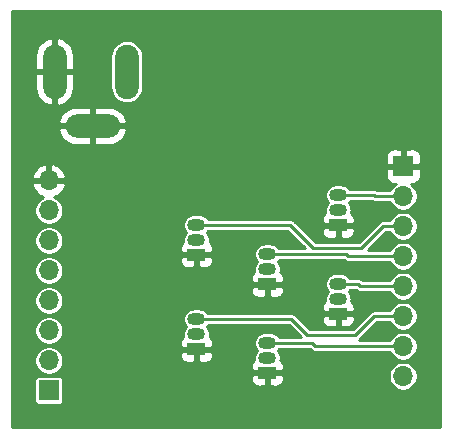
<source format=gbr>
%TF.GenerationSoftware,KiCad,Pcbnew,(5.1.10)-1*%
%TF.CreationDate,2021-11-26T12:13:43-05:00*%
%TF.ProjectId,RELAY_DRVR,52454c41-595f-4445-9256-522e6b696361,rev?*%
%TF.SameCoordinates,Original*%
%TF.FileFunction,Copper,L2,Bot*%
%TF.FilePolarity,Positive*%
%FSLAX46Y46*%
G04 Gerber Fmt 4.6, Leading zero omitted, Abs format (unit mm)*
G04 Created by KiCad (PCBNEW (5.1.10)-1) date 2021-11-26 12:13:43*
%MOMM*%
%LPD*%
G01*
G04 APERTURE LIST*
%TA.AperFunction,ComponentPad*%
%ADD10O,1.700000X1.700000*%
%TD*%
%TA.AperFunction,ComponentPad*%
%ADD11R,1.700000X1.700000*%
%TD*%
%TA.AperFunction,ComponentPad*%
%ADD12O,2.000000X4.600000*%
%TD*%
%TA.AperFunction,ComponentPad*%
%ADD13O,4.600000X2.000000*%
%TD*%
%TA.AperFunction,ComponentPad*%
%ADD14R,1.500000X1.050000*%
%TD*%
%TA.AperFunction,ComponentPad*%
%ADD15O,1.500000X1.050000*%
%TD*%
%TA.AperFunction,ViaPad*%
%ADD16C,0.800000*%
%TD*%
%TA.AperFunction,Conductor*%
%ADD17C,0.250000*%
%TD*%
%TA.AperFunction,Conductor*%
%ADD18C,0.254000*%
%TD*%
%TA.AperFunction,Conductor*%
%ADD19C,0.100000*%
%TD*%
G04 APERTURE END LIST*
D10*
%TO.P,J1,8*%
%TO.N,GND*%
X34500000Y-22220000D03*
%TO.P,J1,7*%
%TO.N,Net-(J1-Pad7)*%
X34500000Y-24760000D03*
%TO.P,J1,6*%
%TO.N,Net-(J1-Pad6)*%
X34500000Y-27300000D03*
%TO.P,J1,5*%
%TO.N,Net-(J1-Pad5)*%
X34500000Y-29840000D03*
%TO.P,J1,4*%
%TO.N,Net-(J1-Pad4)*%
X34500000Y-32380000D03*
%TO.P,J1,3*%
%TO.N,Net-(J1-Pad3)*%
X34500000Y-34920000D03*
%TO.P,J1,2*%
%TO.N,Net-(J1-Pad2)*%
X34500000Y-37460000D03*
D11*
%TO.P,J1,1*%
%TO.N,N/C*%
X34500000Y-40000000D03*
%TD*%
%TO.P,J2,1*%
%TO.N,GND*%
X64500000Y-21000000D03*
D10*
%TO.P,J2,2*%
%TO.N,Net-(J2-Pad2)*%
X64500000Y-23540000D03*
%TO.P,J2,3*%
%TO.N,Net-(J2-Pad3)*%
X64500000Y-26080000D03*
%TO.P,J2,4*%
%TO.N,Net-(J2-Pad4)*%
X64500000Y-28620000D03*
%TO.P,J2,5*%
%TO.N,Net-(J2-Pad5)*%
X64500000Y-31160000D03*
%TO.P,J2,6*%
%TO.N,Net-(J2-Pad6)*%
X64500000Y-33700000D03*
%TO.P,J2,7*%
%TO.N,Net-(J2-Pad7)*%
X64500000Y-36240000D03*
%TO.P,J2,8*%
%TO.N,/5V*%
X64500000Y-38780000D03*
%TD*%
D12*
%TO.P,J3,2*%
%TO.N,GND*%
X35000000Y-13000000D03*
%TO.P,J3,1*%
%TO.N,/VIN*%
X41100000Y-13000000D03*
D13*
%TO.P,J3,3*%
%TO.N,GND*%
X38200000Y-17600000D03*
%TD*%
D14*
%TO.P,Q1,1*%
%TO.N,GND*%
X53000000Y-38500000D03*
D15*
%TO.P,Q1,3*%
%TO.N,Net-(J2-Pad7)*%
X53000000Y-35960000D03*
%TO.P,Q1,2*%
%TO.N,Net-(Q1-Pad2)*%
X53000000Y-37230000D03*
%TD*%
%TO.P,Q2,2*%
%TO.N,Net-(Q2-Pad2)*%
X47000000Y-35230000D03*
%TO.P,Q2,3*%
%TO.N,Net-(J2-Pad6)*%
X47000000Y-33960000D03*
D14*
%TO.P,Q2,1*%
%TO.N,GND*%
X47000000Y-36500000D03*
%TD*%
D15*
%TO.P,Q3,2*%
%TO.N,Net-(Q3-Pad2)*%
X59000000Y-32230000D03*
%TO.P,Q3,3*%
%TO.N,Net-(J2-Pad5)*%
X59000000Y-30960000D03*
D14*
%TO.P,Q3,1*%
%TO.N,GND*%
X59000000Y-33500000D03*
%TD*%
%TO.P,Q4,1*%
%TO.N,GND*%
X53000000Y-31000000D03*
D15*
%TO.P,Q4,3*%
%TO.N,Net-(J2-Pad4)*%
X53000000Y-28460000D03*
%TO.P,Q4,2*%
%TO.N,Net-(Q4-Pad2)*%
X53000000Y-29730000D03*
%TD*%
%TO.P,Q5,2*%
%TO.N,Net-(Q5-Pad2)*%
X47000000Y-27230000D03*
%TO.P,Q5,3*%
%TO.N,Net-(J2-Pad3)*%
X47000000Y-25960000D03*
D14*
%TO.P,Q5,1*%
%TO.N,GND*%
X47000000Y-28500000D03*
%TD*%
%TO.P,Q6,1*%
%TO.N,GND*%
X59000000Y-26000000D03*
D15*
%TO.P,Q6,3*%
%TO.N,Net-(J2-Pad2)*%
X59000000Y-23460000D03*
%TO.P,Q6,2*%
%TO.N,Net-(Q6-Pad2)*%
X59000000Y-24730000D03*
%TD*%
D16*
%TO.N,GND*%
X65000000Y-17000000D03*
X60500000Y-17500000D03*
X45500000Y-16500000D03*
X56134000Y-12954000D03*
%TD*%
D17*
%TO.N,Net-(J2-Pad2)*%
X64500000Y-23540000D02*
X62148000Y-23540000D01*
X62068000Y-23460000D02*
X59000000Y-23460000D01*
X62148000Y-23540000D02*
X62068000Y-23460000D01*
%TO.N,Net-(J2-Pad3)*%
X64500000Y-26080000D02*
X62820000Y-26080000D01*
X62820000Y-26080000D02*
X60960000Y-27940000D01*
X60960000Y-27940000D02*
X56896000Y-27940000D01*
X54916000Y-25960000D02*
X47000000Y-25960000D01*
X56896000Y-27940000D02*
X54916000Y-25960000D01*
%TO.N,Net-(J2-Pad4)*%
X53000000Y-28460000D02*
X59702000Y-28460000D01*
X59862000Y-28620000D02*
X64500000Y-28620000D01*
X59702000Y-28460000D02*
X59862000Y-28620000D01*
%TO.N,Net-(J2-Pad5)*%
X59000000Y-30960000D02*
X60678000Y-30960000D01*
X60878000Y-31160000D02*
X64500000Y-31160000D01*
X60678000Y-30960000D02*
X60878000Y-31160000D01*
%TO.N,Net-(J2-Pad6)*%
X47000000Y-33960000D02*
X55042000Y-33960000D01*
X55042000Y-33960000D02*
X56388000Y-35306000D01*
X56388000Y-35306000D02*
X60452000Y-35306000D01*
X62058000Y-33700000D02*
X64500000Y-33700000D01*
X60452000Y-35306000D02*
X62058000Y-33700000D01*
%TO.N,Net-(J2-Pad7)*%
X53000000Y-35960000D02*
X56788000Y-35960000D01*
X57068000Y-36240000D02*
X64500000Y-36240000D01*
X56788000Y-35960000D02*
X57068000Y-36240000D01*
%TD*%
D18*
%TO.N,GND*%
X67594001Y-43094000D02*
X31406000Y-43094000D01*
X31406000Y-39150000D01*
X33267157Y-39150000D01*
X33267157Y-40850000D01*
X33274513Y-40924689D01*
X33296299Y-40996508D01*
X33331678Y-41062696D01*
X33379289Y-41120711D01*
X33437304Y-41168322D01*
X33503492Y-41203701D01*
X33575311Y-41225487D01*
X33650000Y-41232843D01*
X35350000Y-41232843D01*
X35424689Y-41225487D01*
X35496508Y-41203701D01*
X35562696Y-41168322D01*
X35620711Y-41120711D01*
X35668322Y-41062696D01*
X35703701Y-40996508D01*
X35725487Y-40924689D01*
X35732843Y-40850000D01*
X35732843Y-39150000D01*
X35725487Y-39075311D01*
X35710226Y-39025000D01*
X51611928Y-39025000D01*
X51624188Y-39149482D01*
X51660498Y-39269180D01*
X51719463Y-39379494D01*
X51798815Y-39476185D01*
X51895506Y-39555537D01*
X52005820Y-39614502D01*
X52125518Y-39650812D01*
X52250000Y-39663072D01*
X52714250Y-39660000D01*
X52873000Y-39501250D01*
X52873000Y-38627000D01*
X53127000Y-38627000D01*
X53127000Y-39501250D01*
X53285750Y-39660000D01*
X53750000Y-39663072D01*
X53874482Y-39650812D01*
X53994180Y-39614502D01*
X54104494Y-39555537D01*
X54201185Y-39476185D01*
X54280537Y-39379494D01*
X54339502Y-39269180D01*
X54375812Y-39149482D01*
X54388072Y-39025000D01*
X54385000Y-38785750D01*
X54258007Y-38658757D01*
X63269000Y-38658757D01*
X63269000Y-38901243D01*
X63316307Y-39139069D01*
X63409102Y-39363097D01*
X63543820Y-39564717D01*
X63715283Y-39736180D01*
X63916903Y-39870898D01*
X64140931Y-39963693D01*
X64378757Y-40011000D01*
X64621243Y-40011000D01*
X64859069Y-39963693D01*
X65083097Y-39870898D01*
X65284717Y-39736180D01*
X65456180Y-39564717D01*
X65590898Y-39363097D01*
X65683693Y-39139069D01*
X65731000Y-38901243D01*
X65731000Y-38658757D01*
X65683693Y-38420931D01*
X65590898Y-38196903D01*
X65456180Y-37995283D01*
X65284717Y-37823820D01*
X65083097Y-37689102D01*
X64859069Y-37596307D01*
X64621243Y-37549000D01*
X64378757Y-37549000D01*
X64140931Y-37596307D01*
X63916903Y-37689102D01*
X63715283Y-37823820D01*
X63543820Y-37995283D01*
X63409102Y-38196903D01*
X63316307Y-38420931D01*
X63269000Y-38658757D01*
X54258007Y-38658757D01*
X54226250Y-38627000D01*
X53127000Y-38627000D01*
X52873000Y-38627000D01*
X51773750Y-38627000D01*
X51615000Y-38785750D01*
X51611928Y-39025000D01*
X35710226Y-39025000D01*
X35703701Y-39003492D01*
X35668322Y-38937304D01*
X35620711Y-38879289D01*
X35562696Y-38831678D01*
X35496508Y-38796299D01*
X35424689Y-38774513D01*
X35350000Y-38767157D01*
X33650000Y-38767157D01*
X33575311Y-38774513D01*
X33503492Y-38796299D01*
X33437304Y-38831678D01*
X33379289Y-38879289D01*
X33331678Y-38937304D01*
X33296299Y-39003492D01*
X33274513Y-39075311D01*
X33267157Y-39150000D01*
X31406000Y-39150000D01*
X31406000Y-37338757D01*
X33269000Y-37338757D01*
X33269000Y-37581243D01*
X33316307Y-37819069D01*
X33409102Y-38043097D01*
X33543820Y-38244717D01*
X33715283Y-38416180D01*
X33916903Y-38550898D01*
X34140931Y-38643693D01*
X34378757Y-38691000D01*
X34621243Y-38691000D01*
X34859069Y-38643693D01*
X35083097Y-38550898D01*
X35284717Y-38416180D01*
X35456180Y-38244717D01*
X35590898Y-38043097D01*
X35683693Y-37819069D01*
X35731000Y-37581243D01*
X35731000Y-37338757D01*
X35683693Y-37100931D01*
X35652242Y-37025000D01*
X45611928Y-37025000D01*
X45624188Y-37149482D01*
X45660498Y-37269180D01*
X45719463Y-37379494D01*
X45798815Y-37476185D01*
X45895506Y-37555537D01*
X46005820Y-37614502D01*
X46125518Y-37650812D01*
X46250000Y-37663072D01*
X46714250Y-37660000D01*
X46873000Y-37501250D01*
X46873000Y-36627000D01*
X47127000Y-36627000D01*
X47127000Y-37501250D01*
X47285750Y-37660000D01*
X47750000Y-37663072D01*
X47874482Y-37650812D01*
X47994180Y-37614502D01*
X48104494Y-37555537D01*
X48201185Y-37476185D01*
X48280537Y-37379494D01*
X48339502Y-37269180D01*
X48375812Y-37149482D01*
X48388072Y-37025000D01*
X48385000Y-36785750D01*
X48226250Y-36627000D01*
X47127000Y-36627000D01*
X46873000Y-36627000D01*
X45773750Y-36627000D01*
X45615000Y-36785750D01*
X45611928Y-37025000D01*
X35652242Y-37025000D01*
X35590898Y-36876903D01*
X35456180Y-36675283D01*
X35284717Y-36503820D01*
X35083097Y-36369102D01*
X34859069Y-36276307D01*
X34621243Y-36229000D01*
X34378757Y-36229000D01*
X34140931Y-36276307D01*
X33916903Y-36369102D01*
X33715283Y-36503820D01*
X33543820Y-36675283D01*
X33409102Y-36876903D01*
X33316307Y-37100931D01*
X33269000Y-37338757D01*
X31406000Y-37338757D01*
X31406000Y-34798757D01*
X33269000Y-34798757D01*
X33269000Y-35041243D01*
X33316307Y-35279069D01*
X33409102Y-35503097D01*
X33543820Y-35704717D01*
X33715283Y-35876180D01*
X33916903Y-36010898D01*
X34140931Y-36103693D01*
X34378757Y-36151000D01*
X34621243Y-36151000D01*
X34859069Y-36103693D01*
X35083097Y-36010898D01*
X35136822Y-35975000D01*
X45611928Y-35975000D01*
X45615000Y-36214250D01*
X45773750Y-36373000D01*
X46873000Y-36373000D01*
X46873000Y-36353000D01*
X47127000Y-36353000D01*
X47127000Y-36373000D01*
X48226250Y-36373000D01*
X48385000Y-36214250D01*
X48388072Y-35975000D01*
X48375812Y-35850518D01*
X48339502Y-35730820D01*
X48280537Y-35620506D01*
X48201185Y-35523815D01*
X48106268Y-35445919D01*
X48117890Y-35407607D01*
X48135383Y-35230000D01*
X48117890Y-35052393D01*
X48066084Y-34881612D01*
X47981956Y-34724218D01*
X47875909Y-34595000D01*
X47981777Y-34466000D01*
X54832409Y-34466000D01*
X55820408Y-35454000D01*
X53981777Y-35454000D01*
X53868738Y-35316262D01*
X53730782Y-35203044D01*
X53573388Y-35118916D01*
X53402607Y-35067110D01*
X53269501Y-35054000D01*
X52730499Y-35054000D01*
X52597393Y-35067110D01*
X52426612Y-35118916D01*
X52269218Y-35203044D01*
X52131262Y-35316262D01*
X52018044Y-35454218D01*
X51933916Y-35611612D01*
X51882110Y-35782393D01*
X51864617Y-35960000D01*
X51882110Y-36137607D01*
X51933916Y-36308388D01*
X52018044Y-36465782D01*
X52124091Y-36595000D01*
X52018044Y-36724218D01*
X51933916Y-36881612D01*
X51882110Y-37052393D01*
X51864617Y-37230000D01*
X51882110Y-37407607D01*
X51893732Y-37445919D01*
X51798815Y-37523815D01*
X51719463Y-37620506D01*
X51660498Y-37730820D01*
X51624188Y-37850518D01*
X51611928Y-37975000D01*
X51615000Y-38214250D01*
X51773750Y-38373000D01*
X52873000Y-38373000D01*
X52873000Y-38353000D01*
X53127000Y-38353000D01*
X53127000Y-38373000D01*
X54226250Y-38373000D01*
X54385000Y-38214250D01*
X54388072Y-37975000D01*
X54375812Y-37850518D01*
X54339502Y-37730820D01*
X54280537Y-37620506D01*
X54201185Y-37523815D01*
X54106268Y-37445919D01*
X54117890Y-37407607D01*
X54135383Y-37230000D01*
X54117890Y-37052393D01*
X54066084Y-36881612D01*
X53981956Y-36724218D01*
X53875909Y-36595000D01*
X53981777Y-36466000D01*
X56578409Y-36466000D01*
X56692624Y-36580215D01*
X56708473Y-36599527D01*
X56785521Y-36662759D01*
X56873425Y-36709745D01*
X56968807Y-36738678D01*
X57068000Y-36748448D01*
X57092854Y-36746000D01*
X63377168Y-36746000D01*
X63409102Y-36823097D01*
X63543820Y-37024717D01*
X63715283Y-37196180D01*
X63916903Y-37330898D01*
X64140931Y-37423693D01*
X64378757Y-37471000D01*
X64621243Y-37471000D01*
X64859069Y-37423693D01*
X65083097Y-37330898D01*
X65284717Y-37196180D01*
X65456180Y-37024717D01*
X65590898Y-36823097D01*
X65683693Y-36599069D01*
X65731000Y-36361243D01*
X65731000Y-36118757D01*
X65683693Y-35880931D01*
X65590898Y-35656903D01*
X65456180Y-35455283D01*
X65284717Y-35283820D01*
X65083097Y-35149102D01*
X64859069Y-35056307D01*
X64621243Y-35009000D01*
X64378757Y-35009000D01*
X64140931Y-35056307D01*
X63916903Y-35149102D01*
X63715283Y-35283820D01*
X63543820Y-35455283D01*
X63409102Y-35656903D01*
X63377168Y-35734000D01*
X60724674Y-35734000D01*
X60734479Y-35728759D01*
X60811527Y-35665527D01*
X60827376Y-35646215D01*
X62267592Y-34206000D01*
X63377168Y-34206000D01*
X63409102Y-34283097D01*
X63543820Y-34484717D01*
X63715283Y-34656180D01*
X63916903Y-34790898D01*
X64140931Y-34883693D01*
X64378757Y-34931000D01*
X64621243Y-34931000D01*
X64859069Y-34883693D01*
X65083097Y-34790898D01*
X65284717Y-34656180D01*
X65456180Y-34484717D01*
X65590898Y-34283097D01*
X65683693Y-34059069D01*
X65731000Y-33821243D01*
X65731000Y-33578757D01*
X65683693Y-33340931D01*
X65590898Y-33116903D01*
X65456180Y-32915283D01*
X65284717Y-32743820D01*
X65083097Y-32609102D01*
X64859069Y-32516307D01*
X64621243Y-32469000D01*
X64378757Y-32469000D01*
X64140931Y-32516307D01*
X63916903Y-32609102D01*
X63715283Y-32743820D01*
X63543820Y-32915283D01*
X63409102Y-33116903D01*
X63377168Y-33194000D01*
X62082846Y-33194000D01*
X62058000Y-33191553D01*
X62033154Y-33194000D01*
X62033146Y-33194000D01*
X61958807Y-33201322D01*
X61863425Y-33230255D01*
X61775521Y-33277241D01*
X61698473Y-33340473D01*
X61682628Y-33359780D01*
X60242409Y-34800000D01*
X56597592Y-34800000D01*
X55822592Y-34025000D01*
X57611928Y-34025000D01*
X57624188Y-34149482D01*
X57660498Y-34269180D01*
X57719463Y-34379494D01*
X57798815Y-34476185D01*
X57895506Y-34555537D01*
X58005820Y-34614502D01*
X58125518Y-34650812D01*
X58250000Y-34663072D01*
X58714250Y-34660000D01*
X58873000Y-34501250D01*
X58873000Y-33627000D01*
X59127000Y-33627000D01*
X59127000Y-34501250D01*
X59285750Y-34660000D01*
X59750000Y-34663072D01*
X59874482Y-34650812D01*
X59994180Y-34614502D01*
X60104494Y-34555537D01*
X60201185Y-34476185D01*
X60280537Y-34379494D01*
X60339502Y-34269180D01*
X60375812Y-34149482D01*
X60388072Y-34025000D01*
X60385000Y-33785750D01*
X60226250Y-33627000D01*
X59127000Y-33627000D01*
X58873000Y-33627000D01*
X57773750Y-33627000D01*
X57615000Y-33785750D01*
X57611928Y-34025000D01*
X55822592Y-34025000D01*
X55417376Y-33619785D01*
X55401527Y-33600473D01*
X55324479Y-33537241D01*
X55236575Y-33490255D01*
X55141193Y-33461322D01*
X55066854Y-33454000D01*
X55066846Y-33454000D01*
X55042000Y-33451553D01*
X55017154Y-33454000D01*
X47981777Y-33454000D01*
X47868738Y-33316262D01*
X47730782Y-33203044D01*
X47573388Y-33118916D01*
X47402607Y-33067110D01*
X47269501Y-33054000D01*
X46730499Y-33054000D01*
X46597393Y-33067110D01*
X46426612Y-33118916D01*
X46269218Y-33203044D01*
X46131262Y-33316262D01*
X46018044Y-33454218D01*
X45933916Y-33611612D01*
X45882110Y-33782393D01*
X45864617Y-33960000D01*
X45882110Y-34137607D01*
X45933916Y-34308388D01*
X46018044Y-34465782D01*
X46124091Y-34595000D01*
X46018044Y-34724218D01*
X45933916Y-34881612D01*
X45882110Y-35052393D01*
X45864617Y-35230000D01*
X45882110Y-35407607D01*
X45893732Y-35445919D01*
X45798815Y-35523815D01*
X45719463Y-35620506D01*
X45660498Y-35730820D01*
X45624188Y-35850518D01*
X45611928Y-35975000D01*
X35136822Y-35975000D01*
X35284717Y-35876180D01*
X35456180Y-35704717D01*
X35590898Y-35503097D01*
X35683693Y-35279069D01*
X35731000Y-35041243D01*
X35731000Y-34798757D01*
X35683693Y-34560931D01*
X35590898Y-34336903D01*
X35456180Y-34135283D01*
X35284717Y-33963820D01*
X35083097Y-33829102D01*
X34859069Y-33736307D01*
X34621243Y-33689000D01*
X34378757Y-33689000D01*
X34140931Y-33736307D01*
X33916903Y-33829102D01*
X33715283Y-33963820D01*
X33543820Y-34135283D01*
X33409102Y-34336903D01*
X33316307Y-34560931D01*
X33269000Y-34798757D01*
X31406000Y-34798757D01*
X31406000Y-32258757D01*
X33269000Y-32258757D01*
X33269000Y-32501243D01*
X33316307Y-32739069D01*
X33409102Y-32963097D01*
X33543820Y-33164717D01*
X33715283Y-33336180D01*
X33916903Y-33470898D01*
X34140931Y-33563693D01*
X34378757Y-33611000D01*
X34621243Y-33611000D01*
X34859069Y-33563693D01*
X35083097Y-33470898D01*
X35284717Y-33336180D01*
X35456180Y-33164717D01*
X35582944Y-32975000D01*
X57611928Y-32975000D01*
X57615000Y-33214250D01*
X57773750Y-33373000D01*
X58873000Y-33373000D01*
X58873000Y-33353000D01*
X59127000Y-33353000D01*
X59127000Y-33373000D01*
X60226250Y-33373000D01*
X60385000Y-33214250D01*
X60388072Y-32975000D01*
X60375812Y-32850518D01*
X60339502Y-32730820D01*
X60280537Y-32620506D01*
X60201185Y-32523815D01*
X60106268Y-32445919D01*
X60117890Y-32407607D01*
X60135383Y-32230000D01*
X60117890Y-32052393D01*
X60066084Y-31881612D01*
X59981956Y-31724218D01*
X59875909Y-31595000D01*
X59981777Y-31466000D01*
X60468409Y-31466000D01*
X60502624Y-31500215D01*
X60518473Y-31519527D01*
X60595521Y-31582759D01*
X60683425Y-31629745D01*
X60778807Y-31658678D01*
X60878000Y-31668448D01*
X60902854Y-31666000D01*
X63377168Y-31666000D01*
X63409102Y-31743097D01*
X63543820Y-31944717D01*
X63715283Y-32116180D01*
X63916903Y-32250898D01*
X64140931Y-32343693D01*
X64378757Y-32391000D01*
X64621243Y-32391000D01*
X64859069Y-32343693D01*
X65083097Y-32250898D01*
X65284717Y-32116180D01*
X65456180Y-31944717D01*
X65590898Y-31743097D01*
X65683693Y-31519069D01*
X65731000Y-31281243D01*
X65731000Y-31038757D01*
X65683693Y-30800931D01*
X65590898Y-30576903D01*
X65456180Y-30375283D01*
X65284717Y-30203820D01*
X65083097Y-30069102D01*
X64859069Y-29976307D01*
X64621243Y-29929000D01*
X64378757Y-29929000D01*
X64140931Y-29976307D01*
X63916903Y-30069102D01*
X63715283Y-30203820D01*
X63543820Y-30375283D01*
X63409102Y-30576903D01*
X63377168Y-30654000D01*
X61087591Y-30654000D01*
X61053376Y-30619785D01*
X61037527Y-30600473D01*
X60960479Y-30537241D01*
X60872575Y-30490255D01*
X60777193Y-30461322D01*
X60702854Y-30454000D01*
X60702846Y-30454000D01*
X60678000Y-30451553D01*
X60653154Y-30454000D01*
X59981777Y-30454000D01*
X59868738Y-30316262D01*
X59730782Y-30203044D01*
X59573388Y-30118916D01*
X59402607Y-30067110D01*
X59269501Y-30054000D01*
X58730499Y-30054000D01*
X58597393Y-30067110D01*
X58426612Y-30118916D01*
X58269218Y-30203044D01*
X58131262Y-30316262D01*
X58018044Y-30454218D01*
X57933916Y-30611612D01*
X57882110Y-30782393D01*
X57864617Y-30960000D01*
X57882110Y-31137607D01*
X57933916Y-31308388D01*
X58018044Y-31465782D01*
X58124091Y-31595000D01*
X58018044Y-31724218D01*
X57933916Y-31881612D01*
X57882110Y-32052393D01*
X57864617Y-32230000D01*
X57882110Y-32407607D01*
X57893732Y-32445919D01*
X57798815Y-32523815D01*
X57719463Y-32620506D01*
X57660498Y-32730820D01*
X57624188Y-32850518D01*
X57611928Y-32975000D01*
X35582944Y-32975000D01*
X35590898Y-32963097D01*
X35683693Y-32739069D01*
X35731000Y-32501243D01*
X35731000Y-32258757D01*
X35683693Y-32020931D01*
X35590898Y-31796903D01*
X35456180Y-31595283D01*
X35385897Y-31525000D01*
X51611928Y-31525000D01*
X51624188Y-31649482D01*
X51660498Y-31769180D01*
X51719463Y-31879494D01*
X51798815Y-31976185D01*
X51895506Y-32055537D01*
X52005820Y-32114502D01*
X52125518Y-32150812D01*
X52250000Y-32163072D01*
X52714250Y-32160000D01*
X52873000Y-32001250D01*
X52873000Y-31127000D01*
X53127000Y-31127000D01*
X53127000Y-32001250D01*
X53285750Y-32160000D01*
X53750000Y-32163072D01*
X53874482Y-32150812D01*
X53994180Y-32114502D01*
X54104494Y-32055537D01*
X54201185Y-31976185D01*
X54280537Y-31879494D01*
X54339502Y-31769180D01*
X54375812Y-31649482D01*
X54388072Y-31525000D01*
X54385000Y-31285750D01*
X54226250Y-31127000D01*
X53127000Y-31127000D01*
X52873000Y-31127000D01*
X51773750Y-31127000D01*
X51615000Y-31285750D01*
X51611928Y-31525000D01*
X35385897Y-31525000D01*
X35284717Y-31423820D01*
X35083097Y-31289102D01*
X34859069Y-31196307D01*
X34621243Y-31149000D01*
X34378757Y-31149000D01*
X34140931Y-31196307D01*
X33916903Y-31289102D01*
X33715283Y-31423820D01*
X33543820Y-31595283D01*
X33409102Y-31796903D01*
X33316307Y-32020931D01*
X33269000Y-32258757D01*
X31406000Y-32258757D01*
X31406000Y-29718757D01*
X33269000Y-29718757D01*
X33269000Y-29961243D01*
X33316307Y-30199069D01*
X33409102Y-30423097D01*
X33543820Y-30624717D01*
X33715283Y-30796180D01*
X33916903Y-30930898D01*
X34140931Y-31023693D01*
X34378757Y-31071000D01*
X34621243Y-31071000D01*
X34859069Y-31023693D01*
X35083097Y-30930898D01*
X35284717Y-30796180D01*
X35456180Y-30624717D01*
X35590898Y-30423097D01*
X35683693Y-30199069D01*
X35731000Y-29961243D01*
X35731000Y-29718757D01*
X35683693Y-29480931D01*
X35590898Y-29256903D01*
X35456180Y-29055283D01*
X35425897Y-29025000D01*
X45611928Y-29025000D01*
X45624188Y-29149482D01*
X45660498Y-29269180D01*
X45719463Y-29379494D01*
X45798815Y-29476185D01*
X45895506Y-29555537D01*
X46005820Y-29614502D01*
X46125518Y-29650812D01*
X46250000Y-29663072D01*
X46714250Y-29660000D01*
X46873000Y-29501250D01*
X46873000Y-28627000D01*
X47127000Y-28627000D01*
X47127000Y-29501250D01*
X47285750Y-29660000D01*
X47750000Y-29663072D01*
X47874482Y-29650812D01*
X47994180Y-29614502D01*
X48104494Y-29555537D01*
X48201185Y-29476185D01*
X48280537Y-29379494D01*
X48339502Y-29269180D01*
X48375812Y-29149482D01*
X48388072Y-29025000D01*
X48385000Y-28785750D01*
X48226250Y-28627000D01*
X47127000Y-28627000D01*
X46873000Y-28627000D01*
X45773750Y-28627000D01*
X45615000Y-28785750D01*
X45611928Y-29025000D01*
X35425897Y-29025000D01*
X35284717Y-28883820D01*
X35083097Y-28749102D01*
X34859069Y-28656307D01*
X34621243Y-28609000D01*
X34378757Y-28609000D01*
X34140931Y-28656307D01*
X33916903Y-28749102D01*
X33715283Y-28883820D01*
X33543820Y-29055283D01*
X33409102Y-29256903D01*
X33316307Y-29480931D01*
X33269000Y-29718757D01*
X31406000Y-29718757D01*
X31406000Y-27178757D01*
X33269000Y-27178757D01*
X33269000Y-27421243D01*
X33316307Y-27659069D01*
X33409102Y-27883097D01*
X33543820Y-28084717D01*
X33715283Y-28256180D01*
X33916903Y-28390898D01*
X34140931Y-28483693D01*
X34378757Y-28531000D01*
X34621243Y-28531000D01*
X34859069Y-28483693D01*
X35083097Y-28390898D01*
X35284717Y-28256180D01*
X35456180Y-28084717D01*
X35529490Y-27975000D01*
X45611928Y-27975000D01*
X45615000Y-28214250D01*
X45773750Y-28373000D01*
X46873000Y-28373000D01*
X46873000Y-28353000D01*
X47127000Y-28353000D01*
X47127000Y-28373000D01*
X48226250Y-28373000D01*
X48385000Y-28214250D01*
X48388072Y-27975000D01*
X48375812Y-27850518D01*
X48339502Y-27730820D01*
X48280537Y-27620506D01*
X48201185Y-27523815D01*
X48106268Y-27445919D01*
X48117890Y-27407607D01*
X48135383Y-27230000D01*
X48117890Y-27052393D01*
X48066084Y-26881612D01*
X47981956Y-26724218D01*
X47875909Y-26595000D01*
X47981777Y-26466000D01*
X54706409Y-26466000D01*
X56194408Y-27954000D01*
X53981777Y-27954000D01*
X53868738Y-27816262D01*
X53730782Y-27703044D01*
X53573388Y-27618916D01*
X53402607Y-27567110D01*
X53269501Y-27554000D01*
X52730499Y-27554000D01*
X52597393Y-27567110D01*
X52426612Y-27618916D01*
X52269218Y-27703044D01*
X52131262Y-27816262D01*
X52018044Y-27954218D01*
X51933916Y-28111612D01*
X51882110Y-28282393D01*
X51864617Y-28460000D01*
X51882110Y-28637607D01*
X51933916Y-28808388D01*
X52018044Y-28965782D01*
X52124091Y-29095000D01*
X52018044Y-29224218D01*
X51933916Y-29381612D01*
X51882110Y-29552393D01*
X51864617Y-29730000D01*
X51882110Y-29907607D01*
X51893732Y-29945919D01*
X51798815Y-30023815D01*
X51719463Y-30120506D01*
X51660498Y-30230820D01*
X51624188Y-30350518D01*
X51611928Y-30475000D01*
X51615000Y-30714250D01*
X51773750Y-30873000D01*
X52873000Y-30873000D01*
X52873000Y-30853000D01*
X53127000Y-30853000D01*
X53127000Y-30873000D01*
X54226250Y-30873000D01*
X54385000Y-30714250D01*
X54388072Y-30475000D01*
X54375812Y-30350518D01*
X54339502Y-30230820D01*
X54280537Y-30120506D01*
X54201185Y-30023815D01*
X54106268Y-29945919D01*
X54117890Y-29907607D01*
X54135383Y-29730000D01*
X54117890Y-29552393D01*
X54066084Y-29381612D01*
X53981956Y-29224218D01*
X53875909Y-29095000D01*
X53981777Y-28966000D01*
X59491372Y-28966000D01*
X59502473Y-28979527D01*
X59579521Y-29042759D01*
X59667425Y-29089745D01*
X59713555Y-29103738D01*
X59762806Y-29118678D01*
X59772694Y-29119652D01*
X59837146Y-29126000D01*
X59837153Y-29126000D01*
X59861999Y-29128447D01*
X59886845Y-29126000D01*
X63377168Y-29126000D01*
X63409102Y-29203097D01*
X63543820Y-29404717D01*
X63715283Y-29576180D01*
X63916903Y-29710898D01*
X64140931Y-29803693D01*
X64378757Y-29851000D01*
X64621243Y-29851000D01*
X64859069Y-29803693D01*
X65083097Y-29710898D01*
X65284717Y-29576180D01*
X65456180Y-29404717D01*
X65590898Y-29203097D01*
X65683693Y-28979069D01*
X65731000Y-28741243D01*
X65731000Y-28498757D01*
X65683693Y-28260931D01*
X65590898Y-28036903D01*
X65456180Y-27835283D01*
X65284717Y-27663820D01*
X65083097Y-27529102D01*
X64859069Y-27436307D01*
X64621243Y-27389000D01*
X64378757Y-27389000D01*
X64140931Y-27436307D01*
X63916903Y-27529102D01*
X63715283Y-27663820D01*
X63543820Y-27835283D01*
X63409102Y-28036903D01*
X63377168Y-28114000D01*
X61501591Y-28114000D01*
X63029592Y-26586000D01*
X63377168Y-26586000D01*
X63409102Y-26663097D01*
X63543820Y-26864717D01*
X63715283Y-27036180D01*
X63916903Y-27170898D01*
X64140931Y-27263693D01*
X64378757Y-27311000D01*
X64621243Y-27311000D01*
X64859069Y-27263693D01*
X65083097Y-27170898D01*
X65284717Y-27036180D01*
X65456180Y-26864717D01*
X65590898Y-26663097D01*
X65683693Y-26439069D01*
X65731000Y-26201243D01*
X65731000Y-25958757D01*
X65683693Y-25720931D01*
X65590898Y-25496903D01*
X65456180Y-25295283D01*
X65284717Y-25123820D01*
X65083097Y-24989102D01*
X64859069Y-24896307D01*
X64621243Y-24849000D01*
X64378757Y-24849000D01*
X64140931Y-24896307D01*
X63916903Y-24989102D01*
X63715283Y-25123820D01*
X63543820Y-25295283D01*
X63409102Y-25496903D01*
X63377168Y-25574000D01*
X62844845Y-25574000D01*
X62819999Y-25571553D01*
X62795153Y-25574000D01*
X62795146Y-25574000D01*
X62730694Y-25580348D01*
X62720806Y-25581322D01*
X62657673Y-25600473D01*
X62625425Y-25610255D01*
X62537521Y-25657241D01*
X62460473Y-25720473D01*
X62444628Y-25739780D01*
X60750409Y-27434000D01*
X57105592Y-27434000D01*
X56196592Y-26525000D01*
X57611928Y-26525000D01*
X57624188Y-26649482D01*
X57660498Y-26769180D01*
X57719463Y-26879494D01*
X57798815Y-26976185D01*
X57895506Y-27055537D01*
X58005820Y-27114502D01*
X58125518Y-27150812D01*
X58250000Y-27163072D01*
X58714250Y-27160000D01*
X58873000Y-27001250D01*
X58873000Y-26127000D01*
X59127000Y-26127000D01*
X59127000Y-27001250D01*
X59285750Y-27160000D01*
X59750000Y-27163072D01*
X59874482Y-27150812D01*
X59994180Y-27114502D01*
X60104494Y-27055537D01*
X60201185Y-26976185D01*
X60280537Y-26879494D01*
X60339502Y-26769180D01*
X60375812Y-26649482D01*
X60388072Y-26525000D01*
X60385000Y-26285750D01*
X60226250Y-26127000D01*
X59127000Y-26127000D01*
X58873000Y-26127000D01*
X57773750Y-26127000D01*
X57615000Y-26285750D01*
X57611928Y-26525000D01*
X56196592Y-26525000D01*
X55291376Y-25619785D01*
X55275527Y-25600473D01*
X55198479Y-25537241D01*
X55110575Y-25490255D01*
X55060285Y-25475000D01*
X57611928Y-25475000D01*
X57615000Y-25714250D01*
X57773750Y-25873000D01*
X58873000Y-25873000D01*
X58873000Y-25853000D01*
X59127000Y-25853000D01*
X59127000Y-25873000D01*
X60226250Y-25873000D01*
X60385000Y-25714250D01*
X60388072Y-25475000D01*
X60375812Y-25350518D01*
X60339502Y-25230820D01*
X60280537Y-25120506D01*
X60201185Y-25023815D01*
X60106268Y-24945919D01*
X60117890Y-24907607D01*
X60135383Y-24730000D01*
X60117890Y-24552393D01*
X60066084Y-24381612D01*
X59981956Y-24224218D01*
X59875909Y-24095000D01*
X59981777Y-23966000D01*
X61871584Y-23966000D01*
X61953425Y-24009745D01*
X62048807Y-24038678D01*
X62123146Y-24046000D01*
X62123153Y-24046000D01*
X62147999Y-24048447D01*
X62172845Y-24046000D01*
X63377168Y-24046000D01*
X63409102Y-24123097D01*
X63543820Y-24324717D01*
X63715283Y-24496180D01*
X63916903Y-24630898D01*
X64140931Y-24723693D01*
X64378757Y-24771000D01*
X64621243Y-24771000D01*
X64859069Y-24723693D01*
X65083097Y-24630898D01*
X65284717Y-24496180D01*
X65456180Y-24324717D01*
X65590898Y-24123097D01*
X65683693Y-23899069D01*
X65731000Y-23661243D01*
X65731000Y-23418757D01*
X65683693Y-23180931D01*
X65590898Y-22956903D01*
X65456180Y-22755283D01*
X65284717Y-22583820D01*
X65139706Y-22486927D01*
X65350000Y-22488072D01*
X65474482Y-22475812D01*
X65594180Y-22439502D01*
X65704494Y-22380537D01*
X65801185Y-22301185D01*
X65880537Y-22204494D01*
X65939502Y-22094180D01*
X65975812Y-21974482D01*
X65988072Y-21850000D01*
X65985000Y-21285750D01*
X65826250Y-21127000D01*
X64627000Y-21127000D01*
X64627000Y-21147000D01*
X64373000Y-21147000D01*
X64373000Y-21127000D01*
X63173750Y-21127000D01*
X63015000Y-21285750D01*
X63011928Y-21850000D01*
X63024188Y-21974482D01*
X63060498Y-22094180D01*
X63119463Y-22204494D01*
X63198815Y-22301185D01*
X63295506Y-22380537D01*
X63405820Y-22439502D01*
X63525518Y-22475812D01*
X63650000Y-22488072D01*
X63860294Y-22486927D01*
X63715283Y-22583820D01*
X63543820Y-22755283D01*
X63409102Y-22956903D01*
X63377168Y-23034000D01*
X62344416Y-23034000D01*
X62262575Y-22990255D01*
X62167193Y-22961322D01*
X62092854Y-22954000D01*
X62092846Y-22954000D01*
X62068000Y-22951553D01*
X62043154Y-22954000D01*
X59981777Y-22954000D01*
X59868738Y-22816262D01*
X59730782Y-22703044D01*
X59573388Y-22618916D01*
X59402607Y-22567110D01*
X59269501Y-22554000D01*
X58730499Y-22554000D01*
X58597393Y-22567110D01*
X58426612Y-22618916D01*
X58269218Y-22703044D01*
X58131262Y-22816262D01*
X58018044Y-22954218D01*
X57933916Y-23111612D01*
X57882110Y-23282393D01*
X57864617Y-23460000D01*
X57882110Y-23637607D01*
X57933916Y-23808388D01*
X58018044Y-23965782D01*
X58124091Y-24095000D01*
X58018044Y-24224218D01*
X57933916Y-24381612D01*
X57882110Y-24552393D01*
X57864617Y-24730000D01*
X57882110Y-24907607D01*
X57893732Y-24945919D01*
X57798815Y-25023815D01*
X57719463Y-25120506D01*
X57660498Y-25230820D01*
X57624188Y-25350518D01*
X57611928Y-25475000D01*
X55060285Y-25475000D01*
X55015193Y-25461322D01*
X54940854Y-25454000D01*
X54940846Y-25454000D01*
X54916000Y-25451553D01*
X54891154Y-25454000D01*
X47981777Y-25454000D01*
X47868738Y-25316262D01*
X47730782Y-25203044D01*
X47573388Y-25118916D01*
X47402607Y-25067110D01*
X47269501Y-25054000D01*
X46730499Y-25054000D01*
X46597393Y-25067110D01*
X46426612Y-25118916D01*
X46269218Y-25203044D01*
X46131262Y-25316262D01*
X46018044Y-25454218D01*
X45933916Y-25611612D01*
X45882110Y-25782393D01*
X45864617Y-25960000D01*
X45882110Y-26137607D01*
X45933916Y-26308388D01*
X46018044Y-26465782D01*
X46124091Y-26595000D01*
X46018044Y-26724218D01*
X45933916Y-26881612D01*
X45882110Y-27052393D01*
X45864617Y-27230000D01*
X45882110Y-27407607D01*
X45893732Y-27445919D01*
X45798815Y-27523815D01*
X45719463Y-27620506D01*
X45660498Y-27730820D01*
X45624188Y-27850518D01*
X45611928Y-27975000D01*
X35529490Y-27975000D01*
X35590898Y-27883097D01*
X35683693Y-27659069D01*
X35731000Y-27421243D01*
X35731000Y-27178757D01*
X35683693Y-26940931D01*
X35590898Y-26716903D01*
X35456180Y-26515283D01*
X35284717Y-26343820D01*
X35083097Y-26209102D01*
X34859069Y-26116307D01*
X34621243Y-26069000D01*
X34378757Y-26069000D01*
X34140931Y-26116307D01*
X33916903Y-26209102D01*
X33715283Y-26343820D01*
X33543820Y-26515283D01*
X33409102Y-26716903D01*
X33316307Y-26940931D01*
X33269000Y-27178757D01*
X31406000Y-27178757D01*
X31406000Y-22576890D01*
X33058524Y-22576890D01*
X33103175Y-22724099D01*
X33228359Y-22986920D01*
X33402412Y-23220269D01*
X33618645Y-23415178D01*
X33868748Y-23564157D01*
X34031168Y-23621772D01*
X33916903Y-23669102D01*
X33715283Y-23803820D01*
X33543820Y-23975283D01*
X33409102Y-24176903D01*
X33316307Y-24400931D01*
X33269000Y-24638757D01*
X33269000Y-24881243D01*
X33316307Y-25119069D01*
X33409102Y-25343097D01*
X33543820Y-25544717D01*
X33715283Y-25716180D01*
X33916903Y-25850898D01*
X34140931Y-25943693D01*
X34378757Y-25991000D01*
X34621243Y-25991000D01*
X34859069Y-25943693D01*
X35083097Y-25850898D01*
X35284717Y-25716180D01*
X35456180Y-25544717D01*
X35590898Y-25343097D01*
X35683693Y-25119069D01*
X35731000Y-24881243D01*
X35731000Y-24638757D01*
X35683693Y-24400931D01*
X35590898Y-24176903D01*
X35456180Y-23975283D01*
X35284717Y-23803820D01*
X35083097Y-23669102D01*
X34968832Y-23621772D01*
X35131252Y-23564157D01*
X35381355Y-23415178D01*
X35597588Y-23220269D01*
X35771641Y-22986920D01*
X35896825Y-22724099D01*
X35941476Y-22576890D01*
X35820155Y-22347000D01*
X34627000Y-22347000D01*
X34627000Y-22367000D01*
X34373000Y-22367000D01*
X34373000Y-22347000D01*
X33179845Y-22347000D01*
X33058524Y-22576890D01*
X31406000Y-22576890D01*
X31406000Y-21863110D01*
X33058524Y-21863110D01*
X33179845Y-22093000D01*
X34373000Y-22093000D01*
X34373000Y-20899186D01*
X34627000Y-20899186D01*
X34627000Y-22093000D01*
X35820155Y-22093000D01*
X35941476Y-21863110D01*
X35896825Y-21715901D01*
X35771641Y-21453080D01*
X35597588Y-21219731D01*
X35381355Y-21024822D01*
X35131252Y-20875843D01*
X34856891Y-20778519D01*
X34627000Y-20899186D01*
X34373000Y-20899186D01*
X34143109Y-20778519D01*
X33868748Y-20875843D01*
X33618645Y-21024822D01*
X33402412Y-21219731D01*
X33228359Y-21453080D01*
X33103175Y-21715901D01*
X33058524Y-21863110D01*
X31406000Y-21863110D01*
X31406000Y-20150000D01*
X63011928Y-20150000D01*
X63015000Y-20714250D01*
X63173750Y-20873000D01*
X64373000Y-20873000D01*
X64373000Y-19673750D01*
X64627000Y-19673750D01*
X64627000Y-20873000D01*
X65826250Y-20873000D01*
X65985000Y-20714250D01*
X65988072Y-20150000D01*
X65975812Y-20025518D01*
X65939502Y-19905820D01*
X65880537Y-19795506D01*
X65801185Y-19698815D01*
X65704494Y-19619463D01*
X65594180Y-19560498D01*
X65474482Y-19524188D01*
X65350000Y-19511928D01*
X64785750Y-19515000D01*
X64627000Y-19673750D01*
X64373000Y-19673750D01*
X64214250Y-19515000D01*
X63650000Y-19511928D01*
X63525518Y-19524188D01*
X63405820Y-19560498D01*
X63295506Y-19619463D01*
X63198815Y-19698815D01*
X63119463Y-19795506D01*
X63060498Y-19905820D01*
X63024188Y-20025518D01*
X63011928Y-20150000D01*
X31406000Y-20150000D01*
X31406000Y-17980434D01*
X35309876Y-17980434D01*
X35340856Y-18108355D01*
X35469990Y-18402761D01*
X35654078Y-18666317D01*
X35886046Y-18888895D01*
X36156980Y-19061942D01*
X36456468Y-19178807D01*
X36773000Y-19235000D01*
X38073000Y-19235000D01*
X38073000Y-17727000D01*
X38327000Y-17727000D01*
X38327000Y-19235000D01*
X39627000Y-19235000D01*
X39943532Y-19178807D01*
X40243020Y-19061942D01*
X40513954Y-18888895D01*
X40745922Y-18666317D01*
X40930010Y-18402761D01*
X41059144Y-18108355D01*
X41090124Y-17980434D01*
X40970777Y-17727000D01*
X38327000Y-17727000D01*
X38073000Y-17727000D01*
X35429223Y-17727000D01*
X35309876Y-17980434D01*
X31406000Y-17980434D01*
X31406000Y-17219566D01*
X35309876Y-17219566D01*
X35429223Y-17473000D01*
X38073000Y-17473000D01*
X38073000Y-15965000D01*
X38327000Y-15965000D01*
X38327000Y-17473000D01*
X40970777Y-17473000D01*
X41090124Y-17219566D01*
X41059144Y-17091645D01*
X40930010Y-16797239D01*
X40745922Y-16533683D01*
X40513954Y-16311105D01*
X40243020Y-16138058D01*
X39943532Y-16021193D01*
X39627000Y-15965000D01*
X38327000Y-15965000D01*
X38073000Y-15965000D01*
X36773000Y-15965000D01*
X36456468Y-16021193D01*
X36156980Y-16138058D01*
X35886046Y-16311105D01*
X35654078Y-16533683D01*
X35469990Y-16797239D01*
X35340856Y-17091645D01*
X35309876Y-17219566D01*
X31406000Y-17219566D01*
X31406000Y-13127000D01*
X33365000Y-13127000D01*
X33365000Y-14427000D01*
X33421193Y-14743532D01*
X33538058Y-15043020D01*
X33711105Y-15313954D01*
X33933683Y-15545922D01*
X34197239Y-15730010D01*
X34491645Y-15859144D01*
X34619566Y-15890124D01*
X34873000Y-15770777D01*
X34873000Y-13127000D01*
X35127000Y-13127000D01*
X35127000Y-15770777D01*
X35380434Y-15890124D01*
X35508355Y-15859144D01*
X35802761Y-15730010D01*
X36066317Y-15545922D01*
X36288895Y-15313954D01*
X36461942Y-15043020D01*
X36578807Y-14743532D01*
X36635000Y-14427000D01*
X36635000Y-13127000D01*
X35127000Y-13127000D01*
X34873000Y-13127000D01*
X33365000Y-13127000D01*
X31406000Y-13127000D01*
X31406000Y-11573000D01*
X33365000Y-11573000D01*
X33365000Y-12873000D01*
X34873000Y-12873000D01*
X34873000Y-10229223D01*
X35127000Y-10229223D01*
X35127000Y-12873000D01*
X36635000Y-12873000D01*
X36635000Y-11632158D01*
X39719000Y-11632158D01*
X39719001Y-14367843D01*
X39738983Y-14570723D01*
X39817950Y-14831043D01*
X39946186Y-15070955D01*
X40118762Y-15281239D01*
X40329046Y-15453815D01*
X40568958Y-15582051D01*
X40829278Y-15661018D01*
X41100000Y-15687682D01*
X41370723Y-15661018D01*
X41631043Y-15582051D01*
X41870955Y-15453815D01*
X42081239Y-15281239D01*
X42253815Y-15070955D01*
X42382051Y-14831043D01*
X42461018Y-14570723D01*
X42481000Y-14367843D01*
X42481000Y-11632157D01*
X42461018Y-11429277D01*
X42382051Y-11168957D01*
X42253815Y-10929045D01*
X42081238Y-10718761D01*
X41870954Y-10546185D01*
X41631042Y-10417949D01*
X41370722Y-10338982D01*
X41100000Y-10312318D01*
X40829277Y-10338982D01*
X40568957Y-10417949D01*
X40329045Y-10546185D01*
X40118761Y-10718762D01*
X39946185Y-10929046D01*
X39817949Y-11168958D01*
X39738982Y-11429278D01*
X39719000Y-11632158D01*
X36635000Y-11632158D01*
X36635000Y-11573000D01*
X36578807Y-11256468D01*
X36461942Y-10956980D01*
X36288895Y-10686046D01*
X36066317Y-10454078D01*
X35802761Y-10269990D01*
X35508355Y-10140856D01*
X35380434Y-10109876D01*
X35127000Y-10229223D01*
X34873000Y-10229223D01*
X34619566Y-10109876D01*
X34491645Y-10140856D01*
X34197239Y-10269990D01*
X33933683Y-10454078D01*
X33711105Y-10686046D01*
X33538058Y-10956980D01*
X33421193Y-11256468D01*
X33365000Y-11573000D01*
X31406000Y-11573000D01*
X31406000Y-7906000D01*
X67594000Y-7906000D01*
X67594001Y-43094000D01*
%TA.AperFunction,Conductor*%
D19*
G36*
X67594001Y-43094000D02*
G01*
X31406000Y-43094000D01*
X31406000Y-39150000D01*
X33267157Y-39150000D01*
X33267157Y-40850000D01*
X33274513Y-40924689D01*
X33296299Y-40996508D01*
X33331678Y-41062696D01*
X33379289Y-41120711D01*
X33437304Y-41168322D01*
X33503492Y-41203701D01*
X33575311Y-41225487D01*
X33650000Y-41232843D01*
X35350000Y-41232843D01*
X35424689Y-41225487D01*
X35496508Y-41203701D01*
X35562696Y-41168322D01*
X35620711Y-41120711D01*
X35668322Y-41062696D01*
X35703701Y-40996508D01*
X35725487Y-40924689D01*
X35732843Y-40850000D01*
X35732843Y-39150000D01*
X35725487Y-39075311D01*
X35710226Y-39025000D01*
X51611928Y-39025000D01*
X51624188Y-39149482D01*
X51660498Y-39269180D01*
X51719463Y-39379494D01*
X51798815Y-39476185D01*
X51895506Y-39555537D01*
X52005820Y-39614502D01*
X52125518Y-39650812D01*
X52250000Y-39663072D01*
X52714250Y-39660000D01*
X52873000Y-39501250D01*
X52873000Y-38627000D01*
X53127000Y-38627000D01*
X53127000Y-39501250D01*
X53285750Y-39660000D01*
X53750000Y-39663072D01*
X53874482Y-39650812D01*
X53994180Y-39614502D01*
X54104494Y-39555537D01*
X54201185Y-39476185D01*
X54280537Y-39379494D01*
X54339502Y-39269180D01*
X54375812Y-39149482D01*
X54388072Y-39025000D01*
X54385000Y-38785750D01*
X54258007Y-38658757D01*
X63269000Y-38658757D01*
X63269000Y-38901243D01*
X63316307Y-39139069D01*
X63409102Y-39363097D01*
X63543820Y-39564717D01*
X63715283Y-39736180D01*
X63916903Y-39870898D01*
X64140931Y-39963693D01*
X64378757Y-40011000D01*
X64621243Y-40011000D01*
X64859069Y-39963693D01*
X65083097Y-39870898D01*
X65284717Y-39736180D01*
X65456180Y-39564717D01*
X65590898Y-39363097D01*
X65683693Y-39139069D01*
X65731000Y-38901243D01*
X65731000Y-38658757D01*
X65683693Y-38420931D01*
X65590898Y-38196903D01*
X65456180Y-37995283D01*
X65284717Y-37823820D01*
X65083097Y-37689102D01*
X64859069Y-37596307D01*
X64621243Y-37549000D01*
X64378757Y-37549000D01*
X64140931Y-37596307D01*
X63916903Y-37689102D01*
X63715283Y-37823820D01*
X63543820Y-37995283D01*
X63409102Y-38196903D01*
X63316307Y-38420931D01*
X63269000Y-38658757D01*
X54258007Y-38658757D01*
X54226250Y-38627000D01*
X53127000Y-38627000D01*
X52873000Y-38627000D01*
X51773750Y-38627000D01*
X51615000Y-38785750D01*
X51611928Y-39025000D01*
X35710226Y-39025000D01*
X35703701Y-39003492D01*
X35668322Y-38937304D01*
X35620711Y-38879289D01*
X35562696Y-38831678D01*
X35496508Y-38796299D01*
X35424689Y-38774513D01*
X35350000Y-38767157D01*
X33650000Y-38767157D01*
X33575311Y-38774513D01*
X33503492Y-38796299D01*
X33437304Y-38831678D01*
X33379289Y-38879289D01*
X33331678Y-38937304D01*
X33296299Y-39003492D01*
X33274513Y-39075311D01*
X33267157Y-39150000D01*
X31406000Y-39150000D01*
X31406000Y-37338757D01*
X33269000Y-37338757D01*
X33269000Y-37581243D01*
X33316307Y-37819069D01*
X33409102Y-38043097D01*
X33543820Y-38244717D01*
X33715283Y-38416180D01*
X33916903Y-38550898D01*
X34140931Y-38643693D01*
X34378757Y-38691000D01*
X34621243Y-38691000D01*
X34859069Y-38643693D01*
X35083097Y-38550898D01*
X35284717Y-38416180D01*
X35456180Y-38244717D01*
X35590898Y-38043097D01*
X35683693Y-37819069D01*
X35731000Y-37581243D01*
X35731000Y-37338757D01*
X35683693Y-37100931D01*
X35652242Y-37025000D01*
X45611928Y-37025000D01*
X45624188Y-37149482D01*
X45660498Y-37269180D01*
X45719463Y-37379494D01*
X45798815Y-37476185D01*
X45895506Y-37555537D01*
X46005820Y-37614502D01*
X46125518Y-37650812D01*
X46250000Y-37663072D01*
X46714250Y-37660000D01*
X46873000Y-37501250D01*
X46873000Y-36627000D01*
X47127000Y-36627000D01*
X47127000Y-37501250D01*
X47285750Y-37660000D01*
X47750000Y-37663072D01*
X47874482Y-37650812D01*
X47994180Y-37614502D01*
X48104494Y-37555537D01*
X48201185Y-37476185D01*
X48280537Y-37379494D01*
X48339502Y-37269180D01*
X48375812Y-37149482D01*
X48388072Y-37025000D01*
X48385000Y-36785750D01*
X48226250Y-36627000D01*
X47127000Y-36627000D01*
X46873000Y-36627000D01*
X45773750Y-36627000D01*
X45615000Y-36785750D01*
X45611928Y-37025000D01*
X35652242Y-37025000D01*
X35590898Y-36876903D01*
X35456180Y-36675283D01*
X35284717Y-36503820D01*
X35083097Y-36369102D01*
X34859069Y-36276307D01*
X34621243Y-36229000D01*
X34378757Y-36229000D01*
X34140931Y-36276307D01*
X33916903Y-36369102D01*
X33715283Y-36503820D01*
X33543820Y-36675283D01*
X33409102Y-36876903D01*
X33316307Y-37100931D01*
X33269000Y-37338757D01*
X31406000Y-37338757D01*
X31406000Y-34798757D01*
X33269000Y-34798757D01*
X33269000Y-35041243D01*
X33316307Y-35279069D01*
X33409102Y-35503097D01*
X33543820Y-35704717D01*
X33715283Y-35876180D01*
X33916903Y-36010898D01*
X34140931Y-36103693D01*
X34378757Y-36151000D01*
X34621243Y-36151000D01*
X34859069Y-36103693D01*
X35083097Y-36010898D01*
X35136822Y-35975000D01*
X45611928Y-35975000D01*
X45615000Y-36214250D01*
X45773750Y-36373000D01*
X46873000Y-36373000D01*
X46873000Y-36353000D01*
X47127000Y-36353000D01*
X47127000Y-36373000D01*
X48226250Y-36373000D01*
X48385000Y-36214250D01*
X48388072Y-35975000D01*
X48375812Y-35850518D01*
X48339502Y-35730820D01*
X48280537Y-35620506D01*
X48201185Y-35523815D01*
X48106268Y-35445919D01*
X48117890Y-35407607D01*
X48135383Y-35230000D01*
X48117890Y-35052393D01*
X48066084Y-34881612D01*
X47981956Y-34724218D01*
X47875909Y-34595000D01*
X47981777Y-34466000D01*
X54832409Y-34466000D01*
X55820408Y-35454000D01*
X53981777Y-35454000D01*
X53868738Y-35316262D01*
X53730782Y-35203044D01*
X53573388Y-35118916D01*
X53402607Y-35067110D01*
X53269501Y-35054000D01*
X52730499Y-35054000D01*
X52597393Y-35067110D01*
X52426612Y-35118916D01*
X52269218Y-35203044D01*
X52131262Y-35316262D01*
X52018044Y-35454218D01*
X51933916Y-35611612D01*
X51882110Y-35782393D01*
X51864617Y-35960000D01*
X51882110Y-36137607D01*
X51933916Y-36308388D01*
X52018044Y-36465782D01*
X52124091Y-36595000D01*
X52018044Y-36724218D01*
X51933916Y-36881612D01*
X51882110Y-37052393D01*
X51864617Y-37230000D01*
X51882110Y-37407607D01*
X51893732Y-37445919D01*
X51798815Y-37523815D01*
X51719463Y-37620506D01*
X51660498Y-37730820D01*
X51624188Y-37850518D01*
X51611928Y-37975000D01*
X51615000Y-38214250D01*
X51773750Y-38373000D01*
X52873000Y-38373000D01*
X52873000Y-38353000D01*
X53127000Y-38353000D01*
X53127000Y-38373000D01*
X54226250Y-38373000D01*
X54385000Y-38214250D01*
X54388072Y-37975000D01*
X54375812Y-37850518D01*
X54339502Y-37730820D01*
X54280537Y-37620506D01*
X54201185Y-37523815D01*
X54106268Y-37445919D01*
X54117890Y-37407607D01*
X54135383Y-37230000D01*
X54117890Y-37052393D01*
X54066084Y-36881612D01*
X53981956Y-36724218D01*
X53875909Y-36595000D01*
X53981777Y-36466000D01*
X56578409Y-36466000D01*
X56692624Y-36580215D01*
X56708473Y-36599527D01*
X56785521Y-36662759D01*
X56873425Y-36709745D01*
X56968807Y-36738678D01*
X57068000Y-36748448D01*
X57092854Y-36746000D01*
X63377168Y-36746000D01*
X63409102Y-36823097D01*
X63543820Y-37024717D01*
X63715283Y-37196180D01*
X63916903Y-37330898D01*
X64140931Y-37423693D01*
X64378757Y-37471000D01*
X64621243Y-37471000D01*
X64859069Y-37423693D01*
X65083097Y-37330898D01*
X65284717Y-37196180D01*
X65456180Y-37024717D01*
X65590898Y-36823097D01*
X65683693Y-36599069D01*
X65731000Y-36361243D01*
X65731000Y-36118757D01*
X65683693Y-35880931D01*
X65590898Y-35656903D01*
X65456180Y-35455283D01*
X65284717Y-35283820D01*
X65083097Y-35149102D01*
X64859069Y-35056307D01*
X64621243Y-35009000D01*
X64378757Y-35009000D01*
X64140931Y-35056307D01*
X63916903Y-35149102D01*
X63715283Y-35283820D01*
X63543820Y-35455283D01*
X63409102Y-35656903D01*
X63377168Y-35734000D01*
X60724674Y-35734000D01*
X60734479Y-35728759D01*
X60811527Y-35665527D01*
X60827376Y-35646215D01*
X62267592Y-34206000D01*
X63377168Y-34206000D01*
X63409102Y-34283097D01*
X63543820Y-34484717D01*
X63715283Y-34656180D01*
X63916903Y-34790898D01*
X64140931Y-34883693D01*
X64378757Y-34931000D01*
X64621243Y-34931000D01*
X64859069Y-34883693D01*
X65083097Y-34790898D01*
X65284717Y-34656180D01*
X65456180Y-34484717D01*
X65590898Y-34283097D01*
X65683693Y-34059069D01*
X65731000Y-33821243D01*
X65731000Y-33578757D01*
X65683693Y-33340931D01*
X65590898Y-33116903D01*
X65456180Y-32915283D01*
X65284717Y-32743820D01*
X65083097Y-32609102D01*
X64859069Y-32516307D01*
X64621243Y-32469000D01*
X64378757Y-32469000D01*
X64140931Y-32516307D01*
X63916903Y-32609102D01*
X63715283Y-32743820D01*
X63543820Y-32915283D01*
X63409102Y-33116903D01*
X63377168Y-33194000D01*
X62082846Y-33194000D01*
X62058000Y-33191553D01*
X62033154Y-33194000D01*
X62033146Y-33194000D01*
X61958807Y-33201322D01*
X61863425Y-33230255D01*
X61775521Y-33277241D01*
X61698473Y-33340473D01*
X61682628Y-33359780D01*
X60242409Y-34800000D01*
X56597592Y-34800000D01*
X55822592Y-34025000D01*
X57611928Y-34025000D01*
X57624188Y-34149482D01*
X57660498Y-34269180D01*
X57719463Y-34379494D01*
X57798815Y-34476185D01*
X57895506Y-34555537D01*
X58005820Y-34614502D01*
X58125518Y-34650812D01*
X58250000Y-34663072D01*
X58714250Y-34660000D01*
X58873000Y-34501250D01*
X58873000Y-33627000D01*
X59127000Y-33627000D01*
X59127000Y-34501250D01*
X59285750Y-34660000D01*
X59750000Y-34663072D01*
X59874482Y-34650812D01*
X59994180Y-34614502D01*
X60104494Y-34555537D01*
X60201185Y-34476185D01*
X60280537Y-34379494D01*
X60339502Y-34269180D01*
X60375812Y-34149482D01*
X60388072Y-34025000D01*
X60385000Y-33785750D01*
X60226250Y-33627000D01*
X59127000Y-33627000D01*
X58873000Y-33627000D01*
X57773750Y-33627000D01*
X57615000Y-33785750D01*
X57611928Y-34025000D01*
X55822592Y-34025000D01*
X55417376Y-33619785D01*
X55401527Y-33600473D01*
X55324479Y-33537241D01*
X55236575Y-33490255D01*
X55141193Y-33461322D01*
X55066854Y-33454000D01*
X55066846Y-33454000D01*
X55042000Y-33451553D01*
X55017154Y-33454000D01*
X47981777Y-33454000D01*
X47868738Y-33316262D01*
X47730782Y-33203044D01*
X47573388Y-33118916D01*
X47402607Y-33067110D01*
X47269501Y-33054000D01*
X46730499Y-33054000D01*
X46597393Y-33067110D01*
X46426612Y-33118916D01*
X46269218Y-33203044D01*
X46131262Y-33316262D01*
X46018044Y-33454218D01*
X45933916Y-33611612D01*
X45882110Y-33782393D01*
X45864617Y-33960000D01*
X45882110Y-34137607D01*
X45933916Y-34308388D01*
X46018044Y-34465782D01*
X46124091Y-34595000D01*
X46018044Y-34724218D01*
X45933916Y-34881612D01*
X45882110Y-35052393D01*
X45864617Y-35230000D01*
X45882110Y-35407607D01*
X45893732Y-35445919D01*
X45798815Y-35523815D01*
X45719463Y-35620506D01*
X45660498Y-35730820D01*
X45624188Y-35850518D01*
X45611928Y-35975000D01*
X35136822Y-35975000D01*
X35284717Y-35876180D01*
X35456180Y-35704717D01*
X35590898Y-35503097D01*
X35683693Y-35279069D01*
X35731000Y-35041243D01*
X35731000Y-34798757D01*
X35683693Y-34560931D01*
X35590898Y-34336903D01*
X35456180Y-34135283D01*
X35284717Y-33963820D01*
X35083097Y-33829102D01*
X34859069Y-33736307D01*
X34621243Y-33689000D01*
X34378757Y-33689000D01*
X34140931Y-33736307D01*
X33916903Y-33829102D01*
X33715283Y-33963820D01*
X33543820Y-34135283D01*
X33409102Y-34336903D01*
X33316307Y-34560931D01*
X33269000Y-34798757D01*
X31406000Y-34798757D01*
X31406000Y-32258757D01*
X33269000Y-32258757D01*
X33269000Y-32501243D01*
X33316307Y-32739069D01*
X33409102Y-32963097D01*
X33543820Y-33164717D01*
X33715283Y-33336180D01*
X33916903Y-33470898D01*
X34140931Y-33563693D01*
X34378757Y-33611000D01*
X34621243Y-33611000D01*
X34859069Y-33563693D01*
X35083097Y-33470898D01*
X35284717Y-33336180D01*
X35456180Y-33164717D01*
X35582944Y-32975000D01*
X57611928Y-32975000D01*
X57615000Y-33214250D01*
X57773750Y-33373000D01*
X58873000Y-33373000D01*
X58873000Y-33353000D01*
X59127000Y-33353000D01*
X59127000Y-33373000D01*
X60226250Y-33373000D01*
X60385000Y-33214250D01*
X60388072Y-32975000D01*
X60375812Y-32850518D01*
X60339502Y-32730820D01*
X60280537Y-32620506D01*
X60201185Y-32523815D01*
X60106268Y-32445919D01*
X60117890Y-32407607D01*
X60135383Y-32230000D01*
X60117890Y-32052393D01*
X60066084Y-31881612D01*
X59981956Y-31724218D01*
X59875909Y-31595000D01*
X59981777Y-31466000D01*
X60468409Y-31466000D01*
X60502624Y-31500215D01*
X60518473Y-31519527D01*
X60595521Y-31582759D01*
X60683425Y-31629745D01*
X60778807Y-31658678D01*
X60878000Y-31668448D01*
X60902854Y-31666000D01*
X63377168Y-31666000D01*
X63409102Y-31743097D01*
X63543820Y-31944717D01*
X63715283Y-32116180D01*
X63916903Y-32250898D01*
X64140931Y-32343693D01*
X64378757Y-32391000D01*
X64621243Y-32391000D01*
X64859069Y-32343693D01*
X65083097Y-32250898D01*
X65284717Y-32116180D01*
X65456180Y-31944717D01*
X65590898Y-31743097D01*
X65683693Y-31519069D01*
X65731000Y-31281243D01*
X65731000Y-31038757D01*
X65683693Y-30800931D01*
X65590898Y-30576903D01*
X65456180Y-30375283D01*
X65284717Y-30203820D01*
X65083097Y-30069102D01*
X64859069Y-29976307D01*
X64621243Y-29929000D01*
X64378757Y-29929000D01*
X64140931Y-29976307D01*
X63916903Y-30069102D01*
X63715283Y-30203820D01*
X63543820Y-30375283D01*
X63409102Y-30576903D01*
X63377168Y-30654000D01*
X61087591Y-30654000D01*
X61053376Y-30619785D01*
X61037527Y-30600473D01*
X60960479Y-30537241D01*
X60872575Y-30490255D01*
X60777193Y-30461322D01*
X60702854Y-30454000D01*
X60702846Y-30454000D01*
X60678000Y-30451553D01*
X60653154Y-30454000D01*
X59981777Y-30454000D01*
X59868738Y-30316262D01*
X59730782Y-30203044D01*
X59573388Y-30118916D01*
X59402607Y-30067110D01*
X59269501Y-30054000D01*
X58730499Y-30054000D01*
X58597393Y-30067110D01*
X58426612Y-30118916D01*
X58269218Y-30203044D01*
X58131262Y-30316262D01*
X58018044Y-30454218D01*
X57933916Y-30611612D01*
X57882110Y-30782393D01*
X57864617Y-30960000D01*
X57882110Y-31137607D01*
X57933916Y-31308388D01*
X58018044Y-31465782D01*
X58124091Y-31595000D01*
X58018044Y-31724218D01*
X57933916Y-31881612D01*
X57882110Y-32052393D01*
X57864617Y-32230000D01*
X57882110Y-32407607D01*
X57893732Y-32445919D01*
X57798815Y-32523815D01*
X57719463Y-32620506D01*
X57660498Y-32730820D01*
X57624188Y-32850518D01*
X57611928Y-32975000D01*
X35582944Y-32975000D01*
X35590898Y-32963097D01*
X35683693Y-32739069D01*
X35731000Y-32501243D01*
X35731000Y-32258757D01*
X35683693Y-32020931D01*
X35590898Y-31796903D01*
X35456180Y-31595283D01*
X35385897Y-31525000D01*
X51611928Y-31525000D01*
X51624188Y-31649482D01*
X51660498Y-31769180D01*
X51719463Y-31879494D01*
X51798815Y-31976185D01*
X51895506Y-32055537D01*
X52005820Y-32114502D01*
X52125518Y-32150812D01*
X52250000Y-32163072D01*
X52714250Y-32160000D01*
X52873000Y-32001250D01*
X52873000Y-31127000D01*
X53127000Y-31127000D01*
X53127000Y-32001250D01*
X53285750Y-32160000D01*
X53750000Y-32163072D01*
X53874482Y-32150812D01*
X53994180Y-32114502D01*
X54104494Y-32055537D01*
X54201185Y-31976185D01*
X54280537Y-31879494D01*
X54339502Y-31769180D01*
X54375812Y-31649482D01*
X54388072Y-31525000D01*
X54385000Y-31285750D01*
X54226250Y-31127000D01*
X53127000Y-31127000D01*
X52873000Y-31127000D01*
X51773750Y-31127000D01*
X51615000Y-31285750D01*
X51611928Y-31525000D01*
X35385897Y-31525000D01*
X35284717Y-31423820D01*
X35083097Y-31289102D01*
X34859069Y-31196307D01*
X34621243Y-31149000D01*
X34378757Y-31149000D01*
X34140931Y-31196307D01*
X33916903Y-31289102D01*
X33715283Y-31423820D01*
X33543820Y-31595283D01*
X33409102Y-31796903D01*
X33316307Y-32020931D01*
X33269000Y-32258757D01*
X31406000Y-32258757D01*
X31406000Y-29718757D01*
X33269000Y-29718757D01*
X33269000Y-29961243D01*
X33316307Y-30199069D01*
X33409102Y-30423097D01*
X33543820Y-30624717D01*
X33715283Y-30796180D01*
X33916903Y-30930898D01*
X34140931Y-31023693D01*
X34378757Y-31071000D01*
X34621243Y-31071000D01*
X34859069Y-31023693D01*
X35083097Y-30930898D01*
X35284717Y-30796180D01*
X35456180Y-30624717D01*
X35590898Y-30423097D01*
X35683693Y-30199069D01*
X35731000Y-29961243D01*
X35731000Y-29718757D01*
X35683693Y-29480931D01*
X35590898Y-29256903D01*
X35456180Y-29055283D01*
X35425897Y-29025000D01*
X45611928Y-29025000D01*
X45624188Y-29149482D01*
X45660498Y-29269180D01*
X45719463Y-29379494D01*
X45798815Y-29476185D01*
X45895506Y-29555537D01*
X46005820Y-29614502D01*
X46125518Y-29650812D01*
X46250000Y-29663072D01*
X46714250Y-29660000D01*
X46873000Y-29501250D01*
X46873000Y-28627000D01*
X47127000Y-28627000D01*
X47127000Y-29501250D01*
X47285750Y-29660000D01*
X47750000Y-29663072D01*
X47874482Y-29650812D01*
X47994180Y-29614502D01*
X48104494Y-29555537D01*
X48201185Y-29476185D01*
X48280537Y-29379494D01*
X48339502Y-29269180D01*
X48375812Y-29149482D01*
X48388072Y-29025000D01*
X48385000Y-28785750D01*
X48226250Y-28627000D01*
X47127000Y-28627000D01*
X46873000Y-28627000D01*
X45773750Y-28627000D01*
X45615000Y-28785750D01*
X45611928Y-29025000D01*
X35425897Y-29025000D01*
X35284717Y-28883820D01*
X35083097Y-28749102D01*
X34859069Y-28656307D01*
X34621243Y-28609000D01*
X34378757Y-28609000D01*
X34140931Y-28656307D01*
X33916903Y-28749102D01*
X33715283Y-28883820D01*
X33543820Y-29055283D01*
X33409102Y-29256903D01*
X33316307Y-29480931D01*
X33269000Y-29718757D01*
X31406000Y-29718757D01*
X31406000Y-27178757D01*
X33269000Y-27178757D01*
X33269000Y-27421243D01*
X33316307Y-27659069D01*
X33409102Y-27883097D01*
X33543820Y-28084717D01*
X33715283Y-28256180D01*
X33916903Y-28390898D01*
X34140931Y-28483693D01*
X34378757Y-28531000D01*
X34621243Y-28531000D01*
X34859069Y-28483693D01*
X35083097Y-28390898D01*
X35284717Y-28256180D01*
X35456180Y-28084717D01*
X35529490Y-27975000D01*
X45611928Y-27975000D01*
X45615000Y-28214250D01*
X45773750Y-28373000D01*
X46873000Y-28373000D01*
X46873000Y-28353000D01*
X47127000Y-28353000D01*
X47127000Y-28373000D01*
X48226250Y-28373000D01*
X48385000Y-28214250D01*
X48388072Y-27975000D01*
X48375812Y-27850518D01*
X48339502Y-27730820D01*
X48280537Y-27620506D01*
X48201185Y-27523815D01*
X48106268Y-27445919D01*
X48117890Y-27407607D01*
X48135383Y-27230000D01*
X48117890Y-27052393D01*
X48066084Y-26881612D01*
X47981956Y-26724218D01*
X47875909Y-26595000D01*
X47981777Y-26466000D01*
X54706409Y-26466000D01*
X56194408Y-27954000D01*
X53981777Y-27954000D01*
X53868738Y-27816262D01*
X53730782Y-27703044D01*
X53573388Y-27618916D01*
X53402607Y-27567110D01*
X53269501Y-27554000D01*
X52730499Y-27554000D01*
X52597393Y-27567110D01*
X52426612Y-27618916D01*
X52269218Y-27703044D01*
X52131262Y-27816262D01*
X52018044Y-27954218D01*
X51933916Y-28111612D01*
X51882110Y-28282393D01*
X51864617Y-28460000D01*
X51882110Y-28637607D01*
X51933916Y-28808388D01*
X52018044Y-28965782D01*
X52124091Y-29095000D01*
X52018044Y-29224218D01*
X51933916Y-29381612D01*
X51882110Y-29552393D01*
X51864617Y-29730000D01*
X51882110Y-29907607D01*
X51893732Y-29945919D01*
X51798815Y-30023815D01*
X51719463Y-30120506D01*
X51660498Y-30230820D01*
X51624188Y-30350518D01*
X51611928Y-30475000D01*
X51615000Y-30714250D01*
X51773750Y-30873000D01*
X52873000Y-30873000D01*
X52873000Y-30853000D01*
X53127000Y-30853000D01*
X53127000Y-30873000D01*
X54226250Y-30873000D01*
X54385000Y-30714250D01*
X54388072Y-30475000D01*
X54375812Y-30350518D01*
X54339502Y-30230820D01*
X54280537Y-30120506D01*
X54201185Y-30023815D01*
X54106268Y-29945919D01*
X54117890Y-29907607D01*
X54135383Y-29730000D01*
X54117890Y-29552393D01*
X54066084Y-29381612D01*
X53981956Y-29224218D01*
X53875909Y-29095000D01*
X53981777Y-28966000D01*
X59491372Y-28966000D01*
X59502473Y-28979527D01*
X59579521Y-29042759D01*
X59667425Y-29089745D01*
X59713555Y-29103738D01*
X59762806Y-29118678D01*
X59772694Y-29119652D01*
X59837146Y-29126000D01*
X59837153Y-29126000D01*
X59861999Y-29128447D01*
X59886845Y-29126000D01*
X63377168Y-29126000D01*
X63409102Y-29203097D01*
X63543820Y-29404717D01*
X63715283Y-29576180D01*
X63916903Y-29710898D01*
X64140931Y-29803693D01*
X64378757Y-29851000D01*
X64621243Y-29851000D01*
X64859069Y-29803693D01*
X65083097Y-29710898D01*
X65284717Y-29576180D01*
X65456180Y-29404717D01*
X65590898Y-29203097D01*
X65683693Y-28979069D01*
X65731000Y-28741243D01*
X65731000Y-28498757D01*
X65683693Y-28260931D01*
X65590898Y-28036903D01*
X65456180Y-27835283D01*
X65284717Y-27663820D01*
X65083097Y-27529102D01*
X64859069Y-27436307D01*
X64621243Y-27389000D01*
X64378757Y-27389000D01*
X64140931Y-27436307D01*
X63916903Y-27529102D01*
X63715283Y-27663820D01*
X63543820Y-27835283D01*
X63409102Y-28036903D01*
X63377168Y-28114000D01*
X61501591Y-28114000D01*
X63029592Y-26586000D01*
X63377168Y-26586000D01*
X63409102Y-26663097D01*
X63543820Y-26864717D01*
X63715283Y-27036180D01*
X63916903Y-27170898D01*
X64140931Y-27263693D01*
X64378757Y-27311000D01*
X64621243Y-27311000D01*
X64859069Y-27263693D01*
X65083097Y-27170898D01*
X65284717Y-27036180D01*
X65456180Y-26864717D01*
X65590898Y-26663097D01*
X65683693Y-26439069D01*
X65731000Y-26201243D01*
X65731000Y-25958757D01*
X65683693Y-25720931D01*
X65590898Y-25496903D01*
X65456180Y-25295283D01*
X65284717Y-25123820D01*
X65083097Y-24989102D01*
X64859069Y-24896307D01*
X64621243Y-24849000D01*
X64378757Y-24849000D01*
X64140931Y-24896307D01*
X63916903Y-24989102D01*
X63715283Y-25123820D01*
X63543820Y-25295283D01*
X63409102Y-25496903D01*
X63377168Y-25574000D01*
X62844845Y-25574000D01*
X62819999Y-25571553D01*
X62795153Y-25574000D01*
X62795146Y-25574000D01*
X62730694Y-25580348D01*
X62720806Y-25581322D01*
X62657673Y-25600473D01*
X62625425Y-25610255D01*
X62537521Y-25657241D01*
X62460473Y-25720473D01*
X62444628Y-25739780D01*
X60750409Y-27434000D01*
X57105592Y-27434000D01*
X56196592Y-26525000D01*
X57611928Y-26525000D01*
X57624188Y-26649482D01*
X57660498Y-26769180D01*
X57719463Y-26879494D01*
X57798815Y-26976185D01*
X57895506Y-27055537D01*
X58005820Y-27114502D01*
X58125518Y-27150812D01*
X58250000Y-27163072D01*
X58714250Y-27160000D01*
X58873000Y-27001250D01*
X58873000Y-26127000D01*
X59127000Y-26127000D01*
X59127000Y-27001250D01*
X59285750Y-27160000D01*
X59750000Y-27163072D01*
X59874482Y-27150812D01*
X59994180Y-27114502D01*
X60104494Y-27055537D01*
X60201185Y-26976185D01*
X60280537Y-26879494D01*
X60339502Y-26769180D01*
X60375812Y-26649482D01*
X60388072Y-26525000D01*
X60385000Y-26285750D01*
X60226250Y-26127000D01*
X59127000Y-26127000D01*
X58873000Y-26127000D01*
X57773750Y-26127000D01*
X57615000Y-26285750D01*
X57611928Y-26525000D01*
X56196592Y-26525000D01*
X55291376Y-25619785D01*
X55275527Y-25600473D01*
X55198479Y-25537241D01*
X55110575Y-25490255D01*
X55060285Y-25475000D01*
X57611928Y-25475000D01*
X57615000Y-25714250D01*
X57773750Y-25873000D01*
X58873000Y-25873000D01*
X58873000Y-25853000D01*
X59127000Y-25853000D01*
X59127000Y-25873000D01*
X60226250Y-25873000D01*
X60385000Y-25714250D01*
X60388072Y-25475000D01*
X60375812Y-25350518D01*
X60339502Y-25230820D01*
X60280537Y-25120506D01*
X60201185Y-25023815D01*
X60106268Y-24945919D01*
X60117890Y-24907607D01*
X60135383Y-24730000D01*
X60117890Y-24552393D01*
X60066084Y-24381612D01*
X59981956Y-24224218D01*
X59875909Y-24095000D01*
X59981777Y-23966000D01*
X61871584Y-23966000D01*
X61953425Y-24009745D01*
X62048807Y-24038678D01*
X62123146Y-24046000D01*
X62123153Y-24046000D01*
X62147999Y-24048447D01*
X62172845Y-24046000D01*
X63377168Y-24046000D01*
X63409102Y-24123097D01*
X63543820Y-24324717D01*
X63715283Y-24496180D01*
X63916903Y-24630898D01*
X64140931Y-24723693D01*
X64378757Y-24771000D01*
X64621243Y-24771000D01*
X64859069Y-24723693D01*
X65083097Y-24630898D01*
X65284717Y-24496180D01*
X65456180Y-24324717D01*
X65590898Y-24123097D01*
X65683693Y-23899069D01*
X65731000Y-23661243D01*
X65731000Y-23418757D01*
X65683693Y-23180931D01*
X65590898Y-22956903D01*
X65456180Y-22755283D01*
X65284717Y-22583820D01*
X65139706Y-22486927D01*
X65350000Y-22488072D01*
X65474482Y-22475812D01*
X65594180Y-22439502D01*
X65704494Y-22380537D01*
X65801185Y-22301185D01*
X65880537Y-22204494D01*
X65939502Y-22094180D01*
X65975812Y-21974482D01*
X65988072Y-21850000D01*
X65985000Y-21285750D01*
X65826250Y-21127000D01*
X64627000Y-21127000D01*
X64627000Y-21147000D01*
X64373000Y-21147000D01*
X64373000Y-21127000D01*
X63173750Y-21127000D01*
X63015000Y-21285750D01*
X63011928Y-21850000D01*
X63024188Y-21974482D01*
X63060498Y-22094180D01*
X63119463Y-22204494D01*
X63198815Y-22301185D01*
X63295506Y-22380537D01*
X63405820Y-22439502D01*
X63525518Y-22475812D01*
X63650000Y-22488072D01*
X63860294Y-22486927D01*
X63715283Y-22583820D01*
X63543820Y-22755283D01*
X63409102Y-22956903D01*
X63377168Y-23034000D01*
X62344416Y-23034000D01*
X62262575Y-22990255D01*
X62167193Y-22961322D01*
X62092854Y-22954000D01*
X62092846Y-22954000D01*
X62068000Y-22951553D01*
X62043154Y-22954000D01*
X59981777Y-22954000D01*
X59868738Y-22816262D01*
X59730782Y-22703044D01*
X59573388Y-22618916D01*
X59402607Y-22567110D01*
X59269501Y-22554000D01*
X58730499Y-22554000D01*
X58597393Y-22567110D01*
X58426612Y-22618916D01*
X58269218Y-22703044D01*
X58131262Y-22816262D01*
X58018044Y-22954218D01*
X57933916Y-23111612D01*
X57882110Y-23282393D01*
X57864617Y-23460000D01*
X57882110Y-23637607D01*
X57933916Y-23808388D01*
X58018044Y-23965782D01*
X58124091Y-24095000D01*
X58018044Y-24224218D01*
X57933916Y-24381612D01*
X57882110Y-24552393D01*
X57864617Y-24730000D01*
X57882110Y-24907607D01*
X57893732Y-24945919D01*
X57798815Y-25023815D01*
X57719463Y-25120506D01*
X57660498Y-25230820D01*
X57624188Y-25350518D01*
X57611928Y-25475000D01*
X55060285Y-25475000D01*
X55015193Y-25461322D01*
X54940854Y-25454000D01*
X54940846Y-25454000D01*
X54916000Y-25451553D01*
X54891154Y-25454000D01*
X47981777Y-25454000D01*
X47868738Y-25316262D01*
X47730782Y-25203044D01*
X47573388Y-25118916D01*
X47402607Y-25067110D01*
X47269501Y-25054000D01*
X46730499Y-25054000D01*
X46597393Y-25067110D01*
X46426612Y-25118916D01*
X46269218Y-25203044D01*
X46131262Y-25316262D01*
X46018044Y-25454218D01*
X45933916Y-25611612D01*
X45882110Y-25782393D01*
X45864617Y-25960000D01*
X45882110Y-26137607D01*
X45933916Y-26308388D01*
X46018044Y-26465782D01*
X46124091Y-26595000D01*
X46018044Y-26724218D01*
X45933916Y-26881612D01*
X45882110Y-27052393D01*
X45864617Y-27230000D01*
X45882110Y-27407607D01*
X45893732Y-27445919D01*
X45798815Y-27523815D01*
X45719463Y-27620506D01*
X45660498Y-27730820D01*
X45624188Y-27850518D01*
X45611928Y-27975000D01*
X35529490Y-27975000D01*
X35590898Y-27883097D01*
X35683693Y-27659069D01*
X35731000Y-27421243D01*
X35731000Y-27178757D01*
X35683693Y-26940931D01*
X35590898Y-26716903D01*
X35456180Y-26515283D01*
X35284717Y-26343820D01*
X35083097Y-26209102D01*
X34859069Y-26116307D01*
X34621243Y-26069000D01*
X34378757Y-26069000D01*
X34140931Y-26116307D01*
X33916903Y-26209102D01*
X33715283Y-26343820D01*
X33543820Y-26515283D01*
X33409102Y-26716903D01*
X33316307Y-26940931D01*
X33269000Y-27178757D01*
X31406000Y-27178757D01*
X31406000Y-22576890D01*
X33058524Y-22576890D01*
X33103175Y-22724099D01*
X33228359Y-22986920D01*
X33402412Y-23220269D01*
X33618645Y-23415178D01*
X33868748Y-23564157D01*
X34031168Y-23621772D01*
X33916903Y-23669102D01*
X33715283Y-23803820D01*
X33543820Y-23975283D01*
X33409102Y-24176903D01*
X33316307Y-24400931D01*
X33269000Y-24638757D01*
X33269000Y-24881243D01*
X33316307Y-25119069D01*
X33409102Y-25343097D01*
X33543820Y-25544717D01*
X33715283Y-25716180D01*
X33916903Y-25850898D01*
X34140931Y-25943693D01*
X34378757Y-25991000D01*
X34621243Y-25991000D01*
X34859069Y-25943693D01*
X35083097Y-25850898D01*
X35284717Y-25716180D01*
X35456180Y-25544717D01*
X35590898Y-25343097D01*
X35683693Y-25119069D01*
X35731000Y-24881243D01*
X35731000Y-24638757D01*
X35683693Y-24400931D01*
X35590898Y-24176903D01*
X35456180Y-23975283D01*
X35284717Y-23803820D01*
X35083097Y-23669102D01*
X34968832Y-23621772D01*
X35131252Y-23564157D01*
X35381355Y-23415178D01*
X35597588Y-23220269D01*
X35771641Y-22986920D01*
X35896825Y-22724099D01*
X35941476Y-22576890D01*
X35820155Y-22347000D01*
X34627000Y-22347000D01*
X34627000Y-22367000D01*
X34373000Y-22367000D01*
X34373000Y-22347000D01*
X33179845Y-22347000D01*
X33058524Y-22576890D01*
X31406000Y-22576890D01*
X31406000Y-21863110D01*
X33058524Y-21863110D01*
X33179845Y-22093000D01*
X34373000Y-22093000D01*
X34373000Y-20899186D01*
X34627000Y-20899186D01*
X34627000Y-22093000D01*
X35820155Y-22093000D01*
X35941476Y-21863110D01*
X35896825Y-21715901D01*
X35771641Y-21453080D01*
X35597588Y-21219731D01*
X35381355Y-21024822D01*
X35131252Y-20875843D01*
X34856891Y-20778519D01*
X34627000Y-20899186D01*
X34373000Y-20899186D01*
X34143109Y-20778519D01*
X33868748Y-20875843D01*
X33618645Y-21024822D01*
X33402412Y-21219731D01*
X33228359Y-21453080D01*
X33103175Y-21715901D01*
X33058524Y-21863110D01*
X31406000Y-21863110D01*
X31406000Y-20150000D01*
X63011928Y-20150000D01*
X63015000Y-20714250D01*
X63173750Y-20873000D01*
X64373000Y-20873000D01*
X64373000Y-19673750D01*
X64627000Y-19673750D01*
X64627000Y-20873000D01*
X65826250Y-20873000D01*
X65985000Y-20714250D01*
X65988072Y-20150000D01*
X65975812Y-20025518D01*
X65939502Y-19905820D01*
X65880537Y-19795506D01*
X65801185Y-19698815D01*
X65704494Y-19619463D01*
X65594180Y-19560498D01*
X65474482Y-19524188D01*
X65350000Y-19511928D01*
X64785750Y-19515000D01*
X64627000Y-19673750D01*
X64373000Y-19673750D01*
X64214250Y-19515000D01*
X63650000Y-19511928D01*
X63525518Y-19524188D01*
X63405820Y-19560498D01*
X63295506Y-19619463D01*
X63198815Y-19698815D01*
X63119463Y-19795506D01*
X63060498Y-19905820D01*
X63024188Y-20025518D01*
X63011928Y-20150000D01*
X31406000Y-20150000D01*
X31406000Y-17980434D01*
X35309876Y-17980434D01*
X35340856Y-18108355D01*
X35469990Y-18402761D01*
X35654078Y-18666317D01*
X35886046Y-18888895D01*
X36156980Y-19061942D01*
X36456468Y-19178807D01*
X36773000Y-19235000D01*
X38073000Y-19235000D01*
X38073000Y-17727000D01*
X38327000Y-17727000D01*
X38327000Y-19235000D01*
X39627000Y-19235000D01*
X39943532Y-19178807D01*
X40243020Y-19061942D01*
X40513954Y-18888895D01*
X40745922Y-18666317D01*
X40930010Y-18402761D01*
X41059144Y-18108355D01*
X41090124Y-17980434D01*
X40970777Y-17727000D01*
X38327000Y-17727000D01*
X38073000Y-17727000D01*
X35429223Y-17727000D01*
X35309876Y-17980434D01*
X31406000Y-17980434D01*
X31406000Y-17219566D01*
X35309876Y-17219566D01*
X35429223Y-17473000D01*
X38073000Y-17473000D01*
X38073000Y-15965000D01*
X38327000Y-15965000D01*
X38327000Y-17473000D01*
X40970777Y-17473000D01*
X41090124Y-17219566D01*
X41059144Y-17091645D01*
X40930010Y-16797239D01*
X40745922Y-16533683D01*
X40513954Y-16311105D01*
X40243020Y-16138058D01*
X39943532Y-16021193D01*
X39627000Y-15965000D01*
X38327000Y-15965000D01*
X38073000Y-15965000D01*
X36773000Y-15965000D01*
X36456468Y-16021193D01*
X36156980Y-16138058D01*
X35886046Y-16311105D01*
X35654078Y-16533683D01*
X35469990Y-16797239D01*
X35340856Y-17091645D01*
X35309876Y-17219566D01*
X31406000Y-17219566D01*
X31406000Y-13127000D01*
X33365000Y-13127000D01*
X33365000Y-14427000D01*
X33421193Y-14743532D01*
X33538058Y-15043020D01*
X33711105Y-15313954D01*
X33933683Y-15545922D01*
X34197239Y-15730010D01*
X34491645Y-15859144D01*
X34619566Y-15890124D01*
X34873000Y-15770777D01*
X34873000Y-13127000D01*
X35127000Y-13127000D01*
X35127000Y-15770777D01*
X35380434Y-15890124D01*
X35508355Y-15859144D01*
X35802761Y-15730010D01*
X36066317Y-15545922D01*
X36288895Y-15313954D01*
X36461942Y-15043020D01*
X36578807Y-14743532D01*
X36635000Y-14427000D01*
X36635000Y-13127000D01*
X35127000Y-13127000D01*
X34873000Y-13127000D01*
X33365000Y-13127000D01*
X31406000Y-13127000D01*
X31406000Y-11573000D01*
X33365000Y-11573000D01*
X33365000Y-12873000D01*
X34873000Y-12873000D01*
X34873000Y-10229223D01*
X35127000Y-10229223D01*
X35127000Y-12873000D01*
X36635000Y-12873000D01*
X36635000Y-11632158D01*
X39719000Y-11632158D01*
X39719001Y-14367843D01*
X39738983Y-14570723D01*
X39817950Y-14831043D01*
X39946186Y-15070955D01*
X40118762Y-15281239D01*
X40329046Y-15453815D01*
X40568958Y-15582051D01*
X40829278Y-15661018D01*
X41100000Y-15687682D01*
X41370723Y-15661018D01*
X41631043Y-15582051D01*
X41870955Y-15453815D01*
X42081239Y-15281239D01*
X42253815Y-15070955D01*
X42382051Y-14831043D01*
X42461018Y-14570723D01*
X42481000Y-14367843D01*
X42481000Y-11632157D01*
X42461018Y-11429277D01*
X42382051Y-11168957D01*
X42253815Y-10929045D01*
X42081238Y-10718761D01*
X41870954Y-10546185D01*
X41631042Y-10417949D01*
X41370722Y-10338982D01*
X41100000Y-10312318D01*
X40829277Y-10338982D01*
X40568957Y-10417949D01*
X40329045Y-10546185D01*
X40118761Y-10718762D01*
X39946185Y-10929046D01*
X39817949Y-11168958D01*
X39738982Y-11429278D01*
X39719000Y-11632158D01*
X36635000Y-11632158D01*
X36635000Y-11573000D01*
X36578807Y-11256468D01*
X36461942Y-10956980D01*
X36288895Y-10686046D01*
X36066317Y-10454078D01*
X35802761Y-10269990D01*
X35508355Y-10140856D01*
X35380434Y-10109876D01*
X35127000Y-10229223D01*
X34873000Y-10229223D01*
X34619566Y-10109876D01*
X34491645Y-10140856D01*
X34197239Y-10269990D01*
X33933683Y-10454078D01*
X33711105Y-10686046D01*
X33538058Y-10956980D01*
X33421193Y-11256468D01*
X33365000Y-11573000D01*
X31406000Y-11573000D01*
X31406000Y-7906000D01*
X67594000Y-7906000D01*
X67594001Y-43094000D01*
G37*
%TD.AperFunction*%
%TD*%
M02*

</source>
